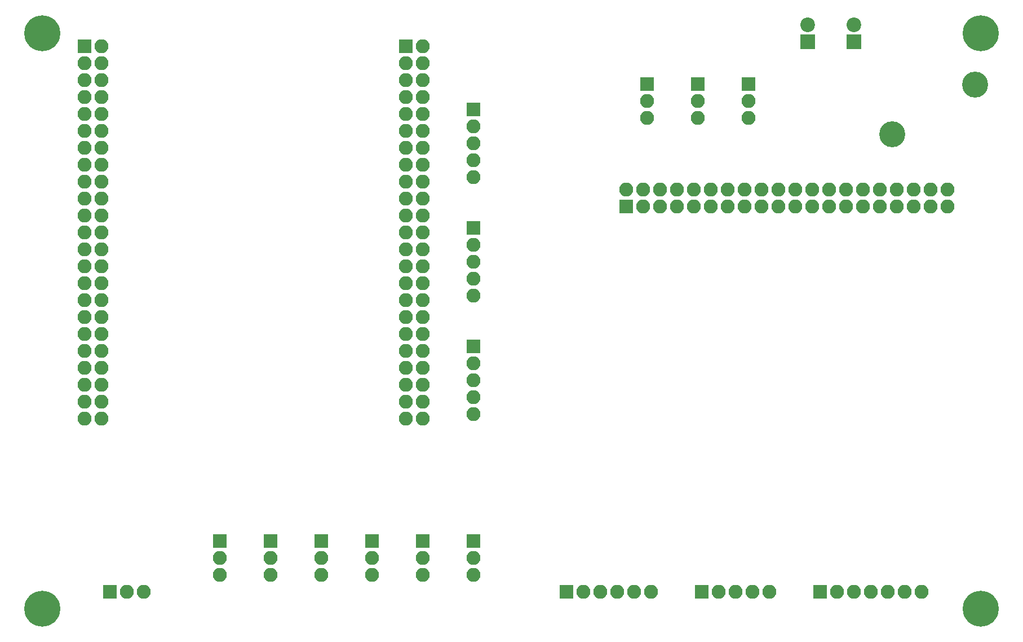
<source format=gbr>
G04 #@! TF.FileFunction,Soldermask,Bot*
%FSLAX46Y46*%
G04 Gerber Fmt 4.6, Leading zero omitted, Abs format (unit mm)*
G04 Created by KiCad (PCBNEW 4.0.3-stable) date 05/01/17 14:40:03*
%MOMM*%
%LPD*%
G01*
G04 APERTURE LIST*
%ADD10C,0.100000*%
%ADD11R,2.100000X2.100000*%
%ADD12O,2.100000X2.100000*%
%ADD13R,2.200000X2.200000*%
%ADD14C,2.200000*%
%ADD15C,3.900000*%
%ADD16C,5.400000*%
G04 APERTURE END LIST*
D10*
D11*
X44450000Y-27305000D03*
D12*
X46990000Y-27305000D03*
X44450000Y-29845000D03*
X46990000Y-29845000D03*
X44450000Y-32385000D03*
X46990000Y-32385000D03*
X44450000Y-34925000D03*
X46990000Y-34925000D03*
X44450000Y-37465000D03*
X46990000Y-37465000D03*
X44450000Y-40005000D03*
X46990000Y-40005000D03*
X44450000Y-42545000D03*
X46990000Y-42545000D03*
X44450000Y-45085000D03*
X46990000Y-45085000D03*
X44450000Y-47625000D03*
X46990000Y-47625000D03*
X44450000Y-50165000D03*
X46990000Y-50165000D03*
X44450000Y-52705000D03*
X46990000Y-52705000D03*
X44450000Y-55245000D03*
X46990000Y-55245000D03*
X44450000Y-57785000D03*
X46990000Y-57785000D03*
X44450000Y-60325000D03*
X46990000Y-60325000D03*
X44450000Y-62865000D03*
X46990000Y-62865000D03*
X44450000Y-65405000D03*
X46990000Y-65405000D03*
X44450000Y-67945000D03*
X46990000Y-67945000D03*
X44450000Y-70485000D03*
X46990000Y-70485000D03*
X44450000Y-73025000D03*
X46990000Y-73025000D03*
X44450000Y-75565000D03*
X46990000Y-75565000D03*
X44450000Y-78105000D03*
X46990000Y-78105000D03*
X44450000Y-80645000D03*
X46990000Y-80645000D03*
X44450000Y-83185000D03*
X46990000Y-83185000D03*
D11*
X92710000Y-27305000D03*
D12*
X95250000Y-27305000D03*
X92710000Y-29845000D03*
X95250000Y-29845000D03*
X92710000Y-32385000D03*
X95250000Y-32385000D03*
X92710000Y-34925000D03*
X95250000Y-34925000D03*
X92710000Y-37465000D03*
X95250000Y-37465000D03*
X92710000Y-40005000D03*
X95250000Y-40005000D03*
X92710000Y-42545000D03*
X95250000Y-42545000D03*
X92710000Y-45085000D03*
X95250000Y-45085000D03*
X92710000Y-47625000D03*
X95250000Y-47625000D03*
X92710000Y-50165000D03*
X95250000Y-50165000D03*
X92710000Y-52705000D03*
X95250000Y-52705000D03*
X92710000Y-55245000D03*
X95250000Y-55245000D03*
X92710000Y-57785000D03*
X95250000Y-57785000D03*
X92710000Y-60325000D03*
X95250000Y-60325000D03*
X92710000Y-62865000D03*
X95250000Y-62865000D03*
X92710000Y-65405000D03*
X95250000Y-65405000D03*
X92710000Y-67945000D03*
X95250000Y-67945000D03*
X92710000Y-70485000D03*
X95250000Y-70485000D03*
X92710000Y-73025000D03*
X95250000Y-73025000D03*
X92710000Y-75565000D03*
X95250000Y-75565000D03*
X92710000Y-78105000D03*
X95250000Y-78105000D03*
X92710000Y-80645000D03*
X95250000Y-80645000D03*
X92710000Y-83185000D03*
X95250000Y-83185000D03*
D11*
X116840000Y-109220000D03*
D12*
X119380000Y-109220000D03*
X121920000Y-109220000D03*
X124460000Y-109220000D03*
X127000000Y-109220000D03*
X129540000Y-109220000D03*
D11*
X154940000Y-109220000D03*
D12*
X157480000Y-109220000D03*
X160020000Y-109220000D03*
X162560000Y-109220000D03*
X165100000Y-109220000D03*
X167640000Y-109220000D03*
X170180000Y-109220000D03*
D11*
X137160000Y-109220000D03*
D12*
X139700000Y-109220000D03*
X142240000Y-109220000D03*
X144780000Y-109220000D03*
X147320000Y-109220000D03*
D11*
X125806200Y-51422300D03*
D12*
X125806200Y-48882300D03*
X128346200Y-51422300D03*
X128346200Y-48882300D03*
X130886200Y-51422300D03*
X130886200Y-48882300D03*
X133426200Y-51422300D03*
X133426200Y-48882300D03*
X135966200Y-51422300D03*
X135966200Y-48882300D03*
X138506200Y-51422300D03*
X138506200Y-48882300D03*
X141046200Y-51422300D03*
X141046200Y-48882300D03*
X143586200Y-51422300D03*
X143586200Y-48882300D03*
X146126200Y-51422300D03*
X146126200Y-48882300D03*
X148666200Y-51422300D03*
X148666200Y-48882300D03*
X151206200Y-51422300D03*
X151206200Y-48882300D03*
X153746200Y-51422300D03*
X153746200Y-48882300D03*
X156286200Y-51422300D03*
X156286200Y-48882300D03*
X158826200Y-51422300D03*
X158826200Y-48882300D03*
X161366200Y-51422300D03*
X161366200Y-48882300D03*
X163906200Y-51422300D03*
X163906200Y-48882300D03*
X166446200Y-51422300D03*
X166446200Y-48882300D03*
X168986200Y-51422300D03*
X168986200Y-48882300D03*
X171526200Y-51422300D03*
X171526200Y-48882300D03*
X174066200Y-51422300D03*
X174066200Y-48882300D03*
D13*
X153035000Y-26670000D03*
D14*
X153035000Y-24130000D03*
D13*
X160020000Y-26670000D03*
D14*
X160020000Y-24130000D03*
D11*
X102870000Y-54610000D03*
D12*
X102870000Y-57150000D03*
X102870000Y-59690000D03*
X102870000Y-62230000D03*
X102870000Y-64770000D03*
D11*
X102870000Y-36830000D03*
D12*
X102870000Y-39370000D03*
X102870000Y-41910000D03*
X102870000Y-44450000D03*
X102870000Y-46990000D03*
D11*
X144145000Y-33020000D03*
D12*
X144145000Y-35560000D03*
X144145000Y-38100000D03*
D11*
X136525000Y-33020000D03*
D12*
X136525000Y-35560000D03*
X136525000Y-38100000D03*
D11*
X128905000Y-33020000D03*
D12*
X128905000Y-35560000D03*
X128905000Y-38100000D03*
D11*
X102870000Y-72390000D03*
D12*
X102870000Y-74930000D03*
X102870000Y-77470000D03*
X102870000Y-80010000D03*
X102870000Y-82550000D03*
D11*
X102870000Y-101600000D03*
D12*
X102870000Y-104140000D03*
X102870000Y-106680000D03*
D11*
X95250000Y-101600000D03*
D12*
X95250000Y-104140000D03*
X95250000Y-106680000D03*
D11*
X87630000Y-101600000D03*
D12*
X87630000Y-104140000D03*
X87630000Y-106680000D03*
D11*
X80010000Y-101600000D03*
D12*
X80010000Y-104140000D03*
X80010000Y-106680000D03*
D11*
X48260000Y-109220000D03*
D12*
X50800000Y-109220000D03*
X53340000Y-109220000D03*
D15*
X178230000Y-33080000D03*
X165730000Y-40580000D03*
D16*
X179070000Y-111760000D03*
X38100000Y-111760000D03*
X38100000Y-25400000D03*
X179070000Y-25400000D03*
D11*
X72390000Y-101600000D03*
D12*
X72390000Y-104140000D03*
X72390000Y-106680000D03*
D11*
X64770000Y-101600000D03*
D12*
X64770000Y-104140000D03*
X64770000Y-106680000D03*
M02*

</source>
